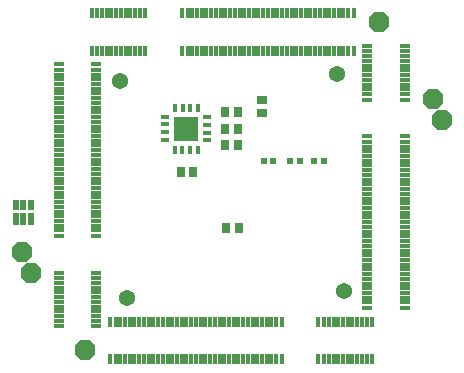
<source format=gts>
G75*
%MOIN*%
%OFA0B0*%
%FSLAX24Y24*%
%IPPOS*%
%LPD*%
%AMOC8*
5,1,8,0,0,1.08239X$1,22.5*
%
%ADD10C,0.0540*%
%ADD11R,0.0310X0.0340*%
%ADD12OC8,0.0670*%
%ADD13R,0.0190X0.0340*%
%ADD14R,0.0190X0.0440*%
%ADD15R,0.0335X0.0131*%
%ADD16R,0.0335X0.0178*%
%ADD17R,0.0131X0.0335*%
%ADD18R,0.0178X0.0335*%
%ADD19R,0.0210X0.0210*%
%ADD20R,0.0827X0.0827*%
%ADD21R,0.0280X0.0160*%
%ADD22R,0.0160X0.0280*%
%ADD23R,0.0340X0.0310*%
D10*
X007760Y005410D03*
X015000Y005650D03*
X007520Y012650D03*
X014760Y012890D03*
D11*
X011450Y011610D03*
X011030Y011610D03*
X011030Y011070D03*
X011450Y011070D03*
X011450Y010530D03*
X011030Y010530D03*
X009970Y009610D03*
X009550Y009610D03*
X011070Y007770D03*
X011490Y007770D03*
D12*
X006370Y003680D03*
X004560Y006250D03*
X004260Y006960D03*
X016150Y014620D03*
X017960Y012050D03*
X018260Y011340D03*
D13*
X004550Y008510D03*
X004300Y008510D03*
X004050Y008510D03*
D14*
X004050Y008060D03*
X004300Y008060D03*
X004550Y008060D03*
D15*
X005495Y007988D03*
X005495Y008145D03*
X005495Y008303D03*
X005495Y008460D03*
X005495Y008618D03*
X005495Y008775D03*
X005495Y008933D03*
X005495Y009090D03*
X005495Y009248D03*
X005495Y009405D03*
X005495Y009563D03*
X005495Y009720D03*
X005495Y009878D03*
X005495Y010035D03*
X005495Y010193D03*
X005495Y010350D03*
X005495Y010507D03*
X005495Y010665D03*
X005495Y010822D03*
X005495Y010980D03*
X005495Y011137D03*
X005495Y011295D03*
X005495Y011452D03*
X005495Y011610D03*
X005495Y011767D03*
X005495Y011925D03*
X005495Y012082D03*
X005495Y012240D03*
X005495Y012397D03*
X005495Y012555D03*
X005495Y012712D03*
X005495Y012870D03*
X005495Y013027D03*
X006744Y013027D03*
X006744Y012870D03*
X006744Y012712D03*
X006744Y012555D03*
X006744Y012397D03*
X006744Y012240D03*
X006744Y012082D03*
X006744Y011925D03*
X006744Y011767D03*
X006744Y011610D03*
X006744Y011452D03*
X006744Y011295D03*
X006744Y011137D03*
X006744Y010980D03*
X006744Y010822D03*
X006744Y010665D03*
X006744Y010507D03*
X006744Y010350D03*
X006744Y010193D03*
X006744Y010035D03*
X006744Y009878D03*
X006744Y009720D03*
X006744Y009563D03*
X006744Y009405D03*
X006744Y009248D03*
X006744Y009090D03*
X006744Y008933D03*
X006744Y008775D03*
X006744Y008618D03*
X006744Y008460D03*
X006744Y008303D03*
X006744Y008145D03*
X006744Y007988D03*
X006744Y007830D03*
X006744Y007673D03*
X005495Y007673D03*
X005495Y007830D03*
X005495Y006079D03*
X005495Y005921D03*
X005495Y005764D03*
X005495Y005606D03*
X005495Y005449D03*
X005495Y005291D03*
X005495Y005134D03*
X005495Y004976D03*
X005495Y004819D03*
X005495Y004661D03*
X006744Y004661D03*
X006744Y004819D03*
X006744Y004976D03*
X006744Y005134D03*
X006744Y005291D03*
X006744Y005449D03*
X006744Y005606D03*
X006744Y005764D03*
X006744Y005921D03*
X006744Y006079D03*
X015775Y006060D03*
X015775Y005903D03*
X015775Y005745D03*
X015775Y005588D03*
X015775Y005430D03*
X015775Y005273D03*
X015775Y006218D03*
X015775Y006375D03*
X015775Y006533D03*
X015775Y006690D03*
X015775Y006848D03*
X015775Y007005D03*
X015775Y007163D03*
X015775Y007320D03*
X015775Y007478D03*
X015775Y007635D03*
X015775Y007793D03*
X015775Y007950D03*
X015775Y008107D03*
X015775Y008265D03*
X015775Y008422D03*
X015775Y008580D03*
X015775Y008737D03*
X015775Y008895D03*
X015775Y009052D03*
X015775Y009210D03*
X015775Y009367D03*
X015775Y009525D03*
X015775Y009682D03*
X015775Y009840D03*
X015775Y009997D03*
X015775Y010155D03*
X015775Y010312D03*
X015775Y010470D03*
X015775Y010627D03*
X017024Y010627D03*
X017024Y010470D03*
X017024Y010312D03*
X017024Y010155D03*
X017024Y009997D03*
X017024Y009840D03*
X017024Y009682D03*
X017024Y009525D03*
X017024Y009367D03*
X017024Y009210D03*
X017024Y009052D03*
X017024Y008895D03*
X017024Y008737D03*
X017024Y008580D03*
X017024Y008422D03*
X017024Y008265D03*
X017024Y008107D03*
X017024Y007950D03*
X017024Y007793D03*
X017024Y007635D03*
X017024Y007478D03*
X017024Y007320D03*
X017024Y007163D03*
X017024Y007005D03*
X017024Y006848D03*
X017024Y006690D03*
X017024Y006533D03*
X017024Y006375D03*
X017024Y006218D03*
X017024Y006060D03*
X017024Y005903D03*
X017024Y005745D03*
X017024Y005588D03*
X017024Y005430D03*
X017024Y005273D03*
X017024Y012221D03*
X017024Y012379D03*
X017024Y012536D03*
X017024Y012694D03*
X017024Y012851D03*
X017024Y013009D03*
X017024Y013166D03*
X017024Y013324D03*
X017024Y013481D03*
X017024Y013639D03*
X015775Y013639D03*
X015775Y013481D03*
X015775Y013324D03*
X015775Y013166D03*
X015775Y013009D03*
X015775Y012851D03*
X015775Y012694D03*
X015775Y012536D03*
X015775Y012379D03*
X015775Y012221D03*
D16*
X005495Y004474D03*
X006744Y004474D03*
X006744Y006266D03*
X006744Y007486D03*
X005495Y007486D03*
X005495Y006266D03*
X005495Y013214D03*
X006744Y013214D03*
X015775Y013826D03*
X017024Y013826D03*
X017024Y012034D03*
X017024Y010814D03*
X015775Y010814D03*
X015775Y012034D03*
X015775Y005086D03*
X017024Y005086D03*
D17*
X015748Y004634D03*
X015591Y004634D03*
X015433Y004634D03*
X015276Y004634D03*
X015118Y004634D03*
X014961Y004634D03*
X014803Y004634D03*
X014646Y004634D03*
X014488Y004634D03*
X014331Y004634D03*
X014331Y003386D03*
X014488Y003386D03*
X014646Y003386D03*
X014803Y003386D03*
X014961Y003386D03*
X015118Y003386D03*
X015276Y003386D03*
X015433Y003386D03*
X015591Y003386D03*
X015748Y003386D03*
X012737Y003386D03*
X012579Y003386D03*
X012422Y003386D03*
X012264Y003386D03*
X012107Y003386D03*
X011949Y003386D03*
X011792Y003386D03*
X011634Y003386D03*
X011477Y003386D03*
X011319Y003386D03*
X011162Y003386D03*
X011004Y003386D03*
X010847Y003386D03*
X010689Y003386D03*
X010532Y003386D03*
X010374Y003386D03*
X010217Y003386D03*
X010060Y003386D03*
X009902Y003386D03*
X009745Y003386D03*
X009587Y003386D03*
X009430Y003386D03*
X009272Y003386D03*
X009115Y003386D03*
X008957Y003386D03*
X008800Y003386D03*
X008642Y003386D03*
X008485Y003386D03*
X008327Y003386D03*
X008170Y003386D03*
X008012Y003386D03*
X007855Y003386D03*
X007697Y003386D03*
X007540Y003386D03*
X007382Y003386D03*
X007382Y004634D03*
X007540Y004634D03*
X007697Y004634D03*
X007855Y004634D03*
X008012Y004634D03*
X008170Y004634D03*
X008327Y004634D03*
X008485Y004634D03*
X008642Y004634D03*
X008800Y004634D03*
X008957Y004634D03*
X009115Y004634D03*
X009272Y004634D03*
X009430Y004634D03*
X009587Y004634D03*
X009745Y004634D03*
X009902Y004634D03*
X010060Y004634D03*
X010217Y004634D03*
X010374Y004634D03*
X010532Y004634D03*
X010689Y004634D03*
X010847Y004634D03*
X011004Y004634D03*
X011162Y004634D03*
X011319Y004634D03*
X011477Y004634D03*
X011634Y004634D03*
X011792Y004634D03*
X011949Y004634D03*
X012107Y004634D03*
X012264Y004634D03*
X012422Y004634D03*
X012579Y004634D03*
X012737Y004634D03*
X012774Y013666D03*
X012617Y013666D03*
X012460Y013666D03*
X012302Y013666D03*
X012145Y013666D03*
X011987Y013666D03*
X011830Y013666D03*
X011672Y013666D03*
X011515Y013666D03*
X011357Y013666D03*
X011200Y013666D03*
X011042Y013666D03*
X010885Y013666D03*
X010727Y013666D03*
X010570Y013666D03*
X010412Y013666D03*
X010255Y013666D03*
X010097Y013666D03*
X009940Y013666D03*
X009782Y013666D03*
X009782Y014914D03*
X009940Y014914D03*
X010097Y014914D03*
X010255Y014914D03*
X010412Y014914D03*
X010570Y014914D03*
X010727Y014914D03*
X010885Y014914D03*
X011042Y014914D03*
X011200Y014914D03*
X011357Y014914D03*
X011515Y014914D03*
X011672Y014914D03*
X011830Y014914D03*
X011987Y014914D03*
X012145Y014914D03*
X012302Y014914D03*
X012460Y014914D03*
X012617Y014914D03*
X012774Y014914D03*
X012932Y014914D03*
X013089Y014914D03*
X013247Y014914D03*
X013404Y014914D03*
X013562Y014914D03*
X013719Y014914D03*
X013877Y014914D03*
X014034Y014914D03*
X014192Y014914D03*
X014349Y014914D03*
X014507Y014914D03*
X014664Y014914D03*
X014822Y014914D03*
X014979Y014914D03*
X015137Y014914D03*
X015137Y013666D03*
X014979Y013666D03*
X014822Y013666D03*
X014664Y013666D03*
X014507Y013666D03*
X014349Y013666D03*
X014192Y013666D03*
X014034Y013666D03*
X013877Y013666D03*
X013719Y013666D03*
X013562Y013666D03*
X013404Y013666D03*
X013247Y013666D03*
X013089Y013666D03*
X012932Y013666D03*
X008188Y013666D03*
X008031Y013666D03*
X007873Y013666D03*
X007716Y013666D03*
X007558Y013666D03*
X007401Y013666D03*
X007243Y013666D03*
X007086Y013666D03*
X006928Y013666D03*
X006771Y013666D03*
X006771Y014914D03*
X006928Y014914D03*
X007086Y014914D03*
X007243Y014914D03*
X007401Y014914D03*
X007558Y014914D03*
X007716Y014914D03*
X007873Y014914D03*
X008031Y014914D03*
X008188Y014914D03*
D18*
X008375Y014914D03*
X009595Y014914D03*
X009595Y013666D03*
X008375Y013666D03*
X006584Y013666D03*
X006584Y014914D03*
X015324Y014914D03*
X015324Y013666D03*
X015935Y004634D03*
X015935Y003386D03*
X014144Y003386D03*
X012924Y003386D03*
X012924Y004634D03*
X014144Y004634D03*
X007195Y004634D03*
X007195Y003386D03*
D19*
X012325Y009990D03*
X012635Y009990D03*
X013205Y009990D03*
X013515Y009990D03*
X014005Y009990D03*
X014315Y009990D03*
D20*
X009740Y011070D03*
D21*
X009041Y010952D03*
X009041Y010696D03*
X009041Y011208D03*
X009041Y011464D03*
X010438Y011444D03*
X010438Y011188D03*
X010438Y010932D03*
X010438Y010676D03*
D22*
X010114Y010371D03*
X009858Y010371D03*
X009602Y010371D03*
X009346Y010371D03*
X009365Y011769D03*
X009621Y011769D03*
X009877Y011769D03*
X010133Y011769D03*
D23*
X012260Y011600D03*
X012260Y012020D03*
M02*

</source>
